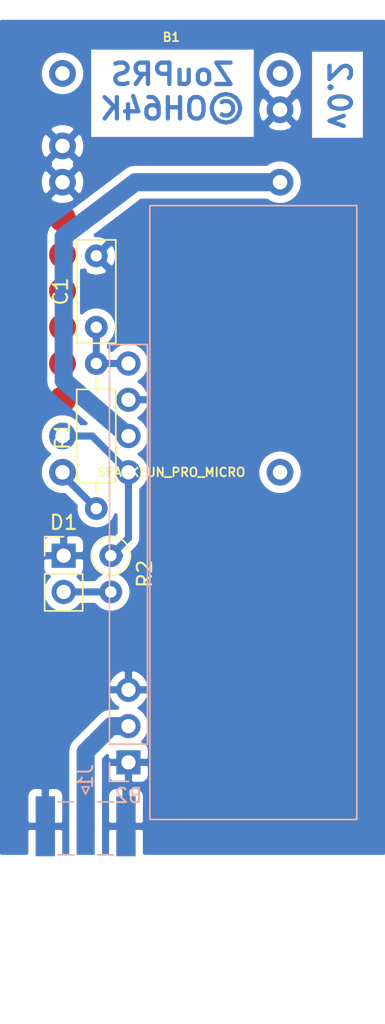
<source format=kicad_pcb>
(kicad_pcb (version 20171130) (host pcbnew 5.1.5+dfsg1-2build2)

  (general
    (thickness 1.6)
    (drawings 2)
    (tracks 22)
    (zones 0)
    (modules 7)
    (nets 26)
  )

  (page A4)
  (layers
    (0 F.Cu signal)
    (31 B.Cu signal)
    (32 B.Adhes user)
    (33 F.Adhes user)
    (34 B.Paste user)
    (35 F.Paste user)
    (36 B.SilkS user)
    (37 F.SilkS user)
    (38 B.Mask user)
    (39 F.Mask user)
    (40 Dwgs.User user)
    (41 Cmts.User user)
    (42 Eco1.User user)
    (43 Eco2.User user)
    (44 Edge.Cuts user)
    (45 Margin user)
    (46 B.CrtYd user)
    (47 F.CrtYd user)
    (48 B.Fab user)
    (49 F.Fab user)
  )

  (setup
    (last_trace_width 0.5)
    (user_trace_width 0.5)
    (user_trace_width 1.27)
    (trace_clearance 0.2)
    (zone_clearance 0.508)
    (zone_45_only no)
    (trace_min 0.2)
    (via_size 0.8)
    (via_drill 0.4)
    (via_min_size 0.4)
    (via_min_drill 0.3)
    (uvia_size 0.3)
    (uvia_drill 0.1)
    (uvias_allowed no)
    (uvia_min_size 0.2)
    (uvia_min_drill 0.1)
    (edge_width 0.05)
    (segment_width 0.2)
    (pcb_text_width 0.3)
    (pcb_text_size 1.5 1.5)
    (mod_edge_width 0.12)
    (mod_text_size 1 1)
    (mod_text_width 0.15)
    (pad_size 1.8796 1.8796)
    (pad_drill 0)
    (pad_to_mask_clearance 0.051)
    (solder_mask_min_width 0.25)
    (aux_axis_origin 0 0)
    (visible_elements FFFFFF7F)
    (pcbplotparams
      (layerselection 0x010fc_ffffffff)
      (usegerberextensions false)
      (usegerberattributes false)
      (usegerberadvancedattributes false)
      (creategerberjobfile false)
      (excludeedgelayer true)
      (linewidth 0.100000)
      (plotframeref false)
      (viasonmask false)
      (mode 1)
      (useauxorigin false)
      (hpglpennumber 1)
      (hpglpenspeed 20)
      (hpglpendiameter 15.000000)
      (psnegative false)
      (psa4output false)
      (plotreference true)
      (plotvalue true)
      (plotinvisibletext false)
      (padsonsilk false)
      (subtractmaskfromsilk false)
      (outputformat 1)
      (mirror false)
      (drillshape 1)
      (scaleselection 1)
      (outputdirectory ""))
  )

  (net 0 "")
  (net 1 "Net-(B1-Pad24)")
  (net 2 GND)
  (net 3 "Net-(B1-Pad22)")
  (net 4 VCC)
  (net 5 "Net-(B1-Pad20)")
  (net 6 "Net-(B1-Pad19)")
  (net 7 "Net-(B1-Pad18)")
  (net 8 "Net-(B1-Pad17)")
  (net 9 "Net-(B1-Pad16)")
  (net 10 "Net-(B1-Pad15)")
  (net 11 "Net-(B1-Pad14)")
  (net 12 "Net-(B1-Pad13)")
  (net 13 "Net-(B1-Pad10)")
  (net 14 "Net-(B1-Pad9)")
  (net 15 "Net-(B1-Pad8)")
  (net 16 "Net-(B1-Pad7)")
  (net 17 "Net-(B1-Pad6)")
  (net 18 "Net-(B1-Pad5)")
  (net 19 "Net-(B1-Pad2)")
  (net 20 "Net-(B1-Pad1)")
  (net 21 "Net-(B2-Pad7)")
  (net 22 EN)
  (net 23 FSK)
  (net 24 "Net-(D1-Pad2)")
  (net 25 RF)

  (net_class Default "Tämä on oletuskytkentäverkkoluokka."
    (clearance 0.2)
    (trace_width 0.25)
    (via_dia 0.8)
    (via_drill 0.4)
    (uvia_dia 0.3)
    (uvia_drill 0.1)
    (add_net EN)
    (add_net FSK)
    (add_net GND)
    (add_net "Net-(B1-Pad1)")
    (add_net "Net-(B1-Pad10)")
    (add_net "Net-(B1-Pad13)")
    (add_net "Net-(B1-Pad14)")
    (add_net "Net-(B1-Pad15)")
    (add_net "Net-(B1-Pad16)")
    (add_net "Net-(B1-Pad17)")
    (add_net "Net-(B1-Pad18)")
    (add_net "Net-(B1-Pad19)")
    (add_net "Net-(B1-Pad2)")
    (add_net "Net-(B1-Pad20)")
    (add_net "Net-(B1-Pad22)")
    (add_net "Net-(B1-Pad24)")
    (add_net "Net-(B1-Pad5)")
    (add_net "Net-(B1-Pad6)")
    (add_net "Net-(B1-Pad7)")
    (add_net "Net-(B1-Pad8)")
    (add_net "Net-(B1-Pad9)")
    (add_net "Net-(B2-Pad7)")
    (add_net "Net-(D1-Pad2)")
    (add_net RF)
    (add_net VCC)
  )

  (module Resistor_THT:R_Axial_DIN0207_L6.3mm_D2.5mm_P2.54mm_Vertical (layer F.Cu) (tedit 5AE5139B) (tstamp 5F734B1B)
    (at 127.762 82.042 270)
    (descr "Resistor, Axial_DIN0207 series, Axial, Vertical, pin pitch=2.54mm, 0.25W = 1/4W, length*diameter=6.3*2.5mm^2, http://cdn-reichelt.de/documents/datenblatt/B400/1_4W%23YAG.pdf")
    (tags "Resistor Axial_DIN0207 series Axial Vertical pin pitch 2.54mm 0.25W = 1/4W length 6.3mm diameter 2.5mm")
    (path /5F754235)
    (fp_text reference R2 (at 1.27 -2.37 90) (layer F.SilkS)
      (effects (font (size 1 1) (thickness 0.15)))
    )
    (fp_text value 300 (at 1.27 2.37 90) (layer F.Fab)
      (effects (font (size 1 1) (thickness 0.15)))
    )
    (fp_text user %R (at 1.27 -2.37 90) (layer F.Fab)
      (effects (font (size 1 1) (thickness 0.15)))
    )
    (fp_line (start 3.59 -1.5) (end -1.5 -1.5) (layer F.CrtYd) (width 0.05))
    (fp_line (start 3.59 1.5) (end 3.59 -1.5) (layer F.CrtYd) (width 0.05))
    (fp_line (start -1.5 1.5) (end 3.59 1.5) (layer F.CrtYd) (width 0.05))
    (fp_line (start -1.5 -1.5) (end -1.5 1.5) (layer F.CrtYd) (width 0.05))
    (fp_line (start 1.37 0) (end 1.44 0) (layer F.SilkS) (width 0.12))
    (fp_line (start 0 0) (end 2.54 0) (layer F.Fab) (width 0.1))
    (fp_circle (center 0 0) (end 1.37 0) (layer F.SilkS) (width 0.12))
    (fp_circle (center 0 0) (end 1.25 0) (layer F.Fab) (width 0.1))
    (pad 2 thru_hole oval (at 2.54 0 270) (size 1.6 1.6) (drill 0.8) (layers *.Cu *.Mask)
      (net 24 "Net-(D1-Pad2)"))
    (pad 1 thru_hole circle (at 0 0 270) (size 1.6 1.6) (drill 0.8) (layers *.Cu *.Mask)
      (net 22 EN))
    (model ${KISYS3DMOD}/Resistor_THT.3dshapes/R_Axial_DIN0207_L6.3mm_D2.5mm_P2.54mm_Vertical.wrl
      (at (xyz 0 0 0))
      (scale (xyz 1 1 1))
      (rotate (xyz 0 0 0))
    )
  )

  (module Resistor_THT:R_Axial_DIN0207_L6.3mm_D2.5mm_P10.16mm_Horizontal (layer F.Cu) (tedit 5AE5139B) (tstamp 5F733D39)
    (at 126.746 78.74 90)
    (descr "Resistor, Axial_DIN0207 series, Axial, Horizontal, pin pitch=10.16mm, 0.25W = 1/4W, length*diameter=6.3*2.5mm^2, http://cdn-reichelt.de/documents/datenblatt/B400/1_4W%23YAG.pdf")
    (tags "Resistor Axial_DIN0207 series Axial Horizontal pin pitch 10.16mm 0.25W = 1/4W length 6.3mm diameter 2.5mm")
    (path /5F72A55F)
    (fp_text reference R1 (at 5.08 -2.37 90) (layer F.SilkS)
      (effects (font (size 1 1) (thickness 0.15)))
    )
    (fp_text value 674 (at 5.08 2.37 90) (layer F.Fab)
      (effects (font (size 1 1) (thickness 0.15)))
    )
    (fp_text user %R (at 5.08 0 90) (layer F.Fab)
      (effects (font (size 1 1) (thickness 0.15)))
    )
    (fp_line (start 11.21 -1.5) (end -1.05 -1.5) (layer F.CrtYd) (width 0.05))
    (fp_line (start 11.21 1.5) (end 11.21 -1.5) (layer F.CrtYd) (width 0.05))
    (fp_line (start -1.05 1.5) (end 11.21 1.5) (layer F.CrtYd) (width 0.05))
    (fp_line (start -1.05 -1.5) (end -1.05 1.5) (layer F.CrtYd) (width 0.05))
    (fp_line (start 9.12 0) (end 8.35 0) (layer F.SilkS) (width 0.12))
    (fp_line (start 1.04 0) (end 1.81 0) (layer F.SilkS) (width 0.12))
    (fp_line (start 8.35 -1.37) (end 1.81 -1.37) (layer F.SilkS) (width 0.12))
    (fp_line (start 8.35 1.37) (end 8.35 -1.37) (layer F.SilkS) (width 0.12))
    (fp_line (start 1.81 1.37) (end 8.35 1.37) (layer F.SilkS) (width 0.12))
    (fp_line (start 1.81 -1.37) (end 1.81 1.37) (layer F.SilkS) (width 0.12))
    (fp_line (start 10.16 0) (end 8.23 0) (layer F.Fab) (width 0.1))
    (fp_line (start 0 0) (end 1.93 0) (layer F.Fab) (width 0.1))
    (fp_line (start 8.23 -1.25) (end 1.93 -1.25) (layer F.Fab) (width 0.1))
    (fp_line (start 8.23 1.25) (end 8.23 -1.25) (layer F.Fab) (width 0.1))
    (fp_line (start 1.93 1.25) (end 8.23 1.25) (layer F.Fab) (width 0.1))
    (fp_line (start 1.93 -1.25) (end 1.93 1.25) (layer F.Fab) (width 0.1))
    (pad 2 thru_hole oval (at 10.16 0 90) (size 1.6 1.6) (drill 0.8) (layers *.Cu *.Mask)
      (net 21 "Net-(B2-Pad7)"))
    (pad 1 thru_hole circle (at 0 0 90) (size 1.6 1.6) (drill 0.8) (layers *.Cu *.Mask)
      (net 23 FSK))
    (model ${KISYS3DMOD}/Resistor_THT.3dshapes/R_Axial_DIN0207_L6.3mm_D2.5mm_P10.16mm_Horizontal.wrl
      (at (xyz 0 0 0))
      (scale (xyz 1 1 1))
      (rotate (xyz 0 0 0))
    )
  )

  (module Connector_PinHeader_2.54mm:PinHeader_1x02_P2.54mm_Vertical (layer F.Cu) (tedit 59FED5CC) (tstamp 5F7339AF)
    (at 124.46 82.042)
    (descr "Through hole straight pin header, 1x02, 2.54mm pitch, single row")
    (tags "Through hole pin header THT 1x02 2.54mm single row")
    (path /5F75530A)
    (fp_text reference D1 (at 0 -2.33) (layer F.SilkS)
      (effects (font (size 1 1) (thickness 0.15)))
    )
    (fp_text value LED (at 0 4.87) (layer F.Fab)
      (effects (font (size 1 1) (thickness 0.15)))
    )
    (fp_text user %R (at 0 1.27 90) (layer F.Fab)
      (effects (font (size 1 1) (thickness 0.15)))
    )
    (fp_line (start 1.8 -1.8) (end -1.8 -1.8) (layer F.CrtYd) (width 0.05))
    (fp_line (start 1.8 4.35) (end 1.8 -1.8) (layer F.CrtYd) (width 0.05))
    (fp_line (start -1.8 4.35) (end 1.8 4.35) (layer F.CrtYd) (width 0.05))
    (fp_line (start -1.8 -1.8) (end -1.8 4.35) (layer F.CrtYd) (width 0.05))
    (fp_line (start -1.33 -1.33) (end 0 -1.33) (layer F.SilkS) (width 0.12))
    (fp_line (start -1.33 0) (end -1.33 -1.33) (layer F.SilkS) (width 0.12))
    (fp_line (start -1.33 1.27) (end 1.33 1.27) (layer F.SilkS) (width 0.12))
    (fp_line (start 1.33 1.27) (end 1.33 3.87) (layer F.SilkS) (width 0.12))
    (fp_line (start -1.33 1.27) (end -1.33 3.87) (layer F.SilkS) (width 0.12))
    (fp_line (start -1.33 3.87) (end 1.33 3.87) (layer F.SilkS) (width 0.12))
    (fp_line (start -1.27 -0.635) (end -0.635 -1.27) (layer F.Fab) (width 0.1))
    (fp_line (start -1.27 3.81) (end -1.27 -0.635) (layer F.Fab) (width 0.1))
    (fp_line (start 1.27 3.81) (end -1.27 3.81) (layer F.Fab) (width 0.1))
    (fp_line (start 1.27 -1.27) (end 1.27 3.81) (layer F.Fab) (width 0.1))
    (fp_line (start -0.635 -1.27) (end 1.27 -1.27) (layer F.Fab) (width 0.1))
    (pad 2 thru_hole oval (at 0 2.54) (size 1.7 1.7) (drill 1) (layers *.Cu *.Mask)
      (net 24 "Net-(D1-Pad2)"))
    (pad 1 thru_hole rect (at 0 0) (size 1.7 1.7) (drill 1) (layers *.Cu *.Mask)
      (net 2 GND))
    (model ${KISYS3DMOD}/Connector_PinHeader_2.54mm.3dshapes/PinHeader_1x02_P2.54mm_Vertical.wrl
      (at (xyz 0 0 0))
      (scale (xyz 1 1 1))
      (rotate (xyz 0 0 0))
    )
  )

  (module "Sparkfun boards:SPARKFUN_PRO_MICRO" (layer F.Cu) (tedit 5F71EF2E) (tstamp 5F71ECBD)
    (at 132 60.96)
    (descr "SPARKFUN PRO MICO FOOTPRINT (WITH USB CONNECTOR)")
    (tags "SPARKFUN PRO MICO FOOTPRINT (WITH USB CONNECTOR)")
    (path /5F71BD06)
    (attr virtual)
    (fp_text reference B1 (at 0 -15.24) (layer F.SilkS)
      (effects (font (size 0.6096 0.6096) (thickness 0.127)))
    )
    (fp_text value SPARKFUN_PRO_MICRO (at 0 15.24) (layer F.SilkS)
      (effects (font (size 0.6096 0.6096) (thickness 0.127)))
    )
    (fp_line (start -8.89 -16.51) (end -8.89 16.51) (layer Dwgs.User) (width 0.127))
    (fp_line (start -8.89 16.51) (end 8.89 16.51) (layer Dwgs.User) (width 0.127))
    (fp_line (start 8.89 16.51) (end 8.89 -16.51) (layer Dwgs.User) (width 0.127))
    (fp_line (start 8.89 -16.51) (end -8.89 -16.51) (layer Dwgs.User) (width 0.127))
    (fp_line (start -3.81 -16.51) (end -3.81 -17.78) (layer Dwgs.User) (width 0.127))
    (fp_line (start -3.81 -17.78) (end 3.81 -17.78) (layer Dwgs.User) (width 0.127))
    (fp_line (start 3.81 -17.78) (end 3.81 -16.51) (layer Dwgs.User) (width 0.127))
    (fp_text user USB (at -0.0508 -16.96) (layer Dwgs.User)
      (effects (font (size 0.8128 0.8128) (thickness 0.1524)))
    )
    (pad 1 thru_hole circle (at -7.62 -12.7) (size 1.8796 1.8796) (drill 1.016) (layers *.Cu *.Mask)
      (net 20 "Net-(B1-Pad1)") (solder_mask_margin 0.1016))
    (pad 2 smd circle (at -7.62 -10.16) (size 1.8796 1.8796) (layers F.Cu F.Paste F.Mask)
      (net 19 "Net-(B1-Pad2)") (solder_mask_margin 0.1016))
    (pad 3 thru_hole circle (at -7.62 -7.62) (size 1.8796 1.8796) (drill 1.016) (layers *.Cu *.Mask)
      (net 2 GND) (solder_mask_margin 0.1016))
    (pad 4 thru_hole circle (at -7.62 -5.08) (size 1.8796 1.8796) (drill 1.016) (layers *.Cu *.Mask)
      (net 2 GND) (solder_mask_margin 0.1016))
    (pad 5 smd circle (at -7.62 -2.54) (size 1.8796 1.8796) (layers F.Cu F.Paste F.Mask)
      (net 18 "Net-(B1-Pad5)") (solder_mask_margin 0.1016))
    (pad 6 smd circle (at -7.62 0) (size 1.8796 1.8796) (layers F.Cu F.Paste F.Mask)
      (net 17 "Net-(B1-Pad6)") (solder_mask_margin 0.1016))
    (pad 7 smd circle (at -7.62 2.54) (size 1.8796 1.8796) (layers F.Cu F.Paste F.Mask)
      (net 16 "Net-(B1-Pad7)") (solder_mask_margin 0.1016))
    (pad 8 smd circle (at -7.62 5.08) (size 1.8796 1.8796) (layers F.Cu F.Paste F.Mask)
      (net 15 "Net-(B1-Pad8)") (solder_mask_margin 0.1016))
    (pad 9 smd circle (at -7.62 7.62) (size 1.8796 1.8796) (layers F.Cu F.Paste F.Mask)
      (net 14 "Net-(B1-Pad9)") (solder_mask_margin 0.1016))
    (pad 10 smd circle (at -7.62 10.16) (size 1.8796 1.8796) (layers F.Cu F.Paste F.Mask)
      (net 13 "Net-(B1-Pad10)") (solder_mask_margin 0.1016))
    (pad 11 thru_hole circle (at -7.62 12.7) (size 1.8796 1.8796) (drill 1.016) (layers *.Cu *.Mask)
      (net 22 EN) (solder_mask_margin 0.1016))
    (pad 12 thru_hole circle (at -7.62 15.24) (size 1.8796 1.8796) (drill 1.016) (layers *.Cu *.Mask)
      (net 23 FSK) (solder_mask_margin 0.1016))
    (pad 13 thru_hole circle (at 7.62 15.24) (size 1.8796 1.8796) (drill 1.016) (layers *.Cu *.Mask)
      (net 12 "Net-(B1-Pad13)") (solder_mask_margin 0.1016))
    (pad 14 smd circle (at 7.62 12.7) (size 1.8796 1.8796) (layers F.Cu F.Paste F.Mask)
      (net 11 "Net-(B1-Pad14)") (solder_mask_margin 0.1016))
    (pad 15 smd circle (at 7.62 10.16) (size 1.8796 1.8796) (layers F.Cu F.Paste F.Mask)
      (net 10 "Net-(B1-Pad15)") (solder_mask_margin 0.1016))
    (pad 16 smd circle (at 7.62 7.62) (size 1.8796 1.8796) (layers F.Cu F.Paste F.Mask)
      (net 9 "Net-(B1-Pad16)") (solder_mask_margin 0.1016))
    (pad 17 smd circle (at 7.62 5.08) (size 1.8796 1.8796) (layers F.Cu F.Paste F.Mask)
      (net 8 "Net-(B1-Pad17)") (solder_mask_margin 0.1016))
    (pad 18 smd circle (at 7.62 2.54) (size 1.8796 1.8796) (layers F.Cu F.Paste F.Mask)
      (net 7 "Net-(B1-Pad18)") (solder_mask_margin 0.1016))
    (pad 19 smd circle (at 7.62 0) (size 1.8796 1.8796) (layers F.Cu F.Paste F.Mask)
      (net 6 "Net-(B1-Pad19)") (solder_mask_margin 0.1016))
    (pad 20 smd circle (at 7.62 -2.54) (size 1.8796 1.8796) (layers F.Cu F.Paste F.Mask)
      (net 5 "Net-(B1-Pad20)") (solder_mask_margin 0.1016))
    (pad 21 thru_hole circle (at 7.62 -5.08) (size 1.8796 1.8796) (drill 1.016) (layers *.Cu *.Mask)
      (net 4 VCC) (solder_mask_margin 0.1016))
    (pad 22 smd circle (at 7.62 -7.62) (size 1.8796 1.8796) (layers F.Cu F.Paste F.Mask)
      (net 3 "Net-(B1-Pad22)") (solder_mask_margin 0.1016))
    (pad 23 thru_hole circle (at 7.62 -10.16) (size 1.8796 1.8796) (drill 1.016) (layers *.Cu *.Mask)
      (net 2 GND) (solder_mask_margin 0.1016))
    (pad 24 thru_hole circle (at 7.62 -12.7) (size 1.8796 1.8796) (drill 1.016) (layers *.Cu *.Mask)
      (net 1 "Net-(B1-Pad24)") (solder_mask_margin 0.1016))
  )

  (module radiometrix:PinHeader_1x12_P2.54mm_Vertical (layer B.Cu) (tedit 5F71C444) (tstamp 5F71F899)
    (at 129 96.52)
    (descr "Through hole straight pin header, 1x12, 2.54mm pitch, single row")
    (tags "Through hole pin header THT 1x12 2.54mm single row")
    (path /5F73604F)
    (fp_text reference B2 (at 0 2.33) (layer B.SilkS)
      (effects (font (size 1 1) (thickness 0.15)) (justify mirror))
    )
    (fp_text value HX1 (at 0 -41) (layer B.Fab)
      (effects (font (size 1 1) (thickness 0.15)) (justify mirror))
    )
    (fp_text user %R (at 0 -13.97 270) (layer B.Fab)
      (effects (font (size 1 1) (thickness 0.15)) (justify mirror))
    )
    (fp_line (start -1.33 1.33) (end 0 1.33) (layer B.SilkS) (width 0.12))
    (fp_line (start -1.33 0) (end -1.33 1.33) (layer B.SilkS) (width 0.12))
    (fp_line (start -1.33 -1.27) (end 1.33 -1.27) (layer B.SilkS) (width 0.12))
    (fp_line (start 1.33 -1.27) (end 1.33 -29.27) (layer B.SilkS) (width 0.12))
    (fp_line (start -1.33 -1.27) (end -1.33 -29.27) (layer B.SilkS) (width 0.12))
    (fp_line (start -1.33 -29.27) (end 1.33 -29.27) (layer B.SilkS) (width 0.12))
    (fp_line (start -1.27 0.635) (end -0.635 1.27) (layer B.Fab) (width 0.1))
    (fp_line (start -1.27 -29.21) (end -1.27 0.635) (layer B.Fab) (width 0.1))
    (fp_line (start 1.27 -29.21) (end -1.27 -29.21) (layer B.Fab) (width 0.1))
    (fp_line (start 1.27 1.27) (end 1.27 -29.21) (layer B.Fab) (width 0.1))
    (fp_line (start -0.635 1.27) (end 1.27 1.27) (layer B.Fab) (width 0.1))
    (fp_line (start 1.5 4) (end 16 4) (layer B.SilkS) (width 0.12))
    (fp_line (start 16 4) (end 16 -39) (layer B.SilkS) (width 0.12))
    (fp_line (start 16 -39) (end 1.5 -39) (layer B.SilkS) (width 0.12))
    (fp_line (start 1.5 -39) (end 1.5 4) (layer B.SilkS) (width 0.12))
    (pad 7 thru_hole oval (at 0 -27.94) (size 1.7 1.7) (drill 1) (layers *.Cu *.Mask)
      (net 21 "Net-(B2-Pad7)"))
    (pad 6 thru_hole oval (at 0 -25.4) (size 1.7 1.7) (drill 1) (layers *.Cu *.Mask)
      (net 2 GND))
    (pad 5 thru_hole oval (at 0 -22.86) (size 1.7 1.7) (drill 1) (layers *.Cu *.Mask)
      (net 4 VCC))
    (pad 4 thru_hole oval (at 0 -20.32) (size 1.7 1.7) (drill 1) (layers *.Cu *.Mask)
      (net 22 EN))
    (pad 3 thru_hole oval (at 0 -5.08) (size 1.7 1.7) (drill 1) (layers *.Cu *.Mask)
      (net 2 GND))
    (pad 2 thru_hole oval (at 0 -2.54) (size 1.7 1.7) (drill 1) (layers *.Cu *.Mask)
      (net 25 RF))
    (pad 1 thru_hole rect (at 0 0) (size 1.7 1.7) (drill 1) (layers *.Cu *.Mask)
      (net 2 GND))
    (model ${KISYS3DMOD}/Connector_PinHeader_2.54mm.3dshapes/PinHeader_1x12_P2.54mm_Vertical.wrl
      (at (xyz 0 0 0))
      (scale (xyz 1 1 1))
      (rotate (xyz 0 0 0))
    )
  )

  (module Connector_Coaxial:SMA_Samtec_SMA-J-P-X-ST-EM1_EdgeMount (layer B.Cu) (tedit 5DAA3454) (tstamp 5F720D8F)
    (at 126 101 180)
    (descr "Connector SMA, 0Hz to 20GHz, 50Ohm, Edge Mount (http://suddendocs.samtec.com/prints/sma-j-p-x-st-em1-mkt.pdf)")
    (tags "SMA Straight Samtec Edge Mount")
    (path /5F71C5CA)
    (attr smd)
    (fp_text reference J1 (at 0 3.5 270) (layer B.SilkS)
      (effects (font (size 1 1) (thickness 0.15)) (justify mirror))
    )
    (fp_text value Conn_Coaxial (at 0 -13) (layer B.Fab)
      (effects (font (size 1 1) (thickness 0.15)) (justify mirror))
    )
    (fp_text user "Board Thickness: 1.57mm" (at -7 14) (layer Cmts.User)
      (effects (font (size 1 1) (thickness 0.15)))
    )
    (fp_line (start 0.84 1.71) (end 1.95 1.71) (layer B.SilkS) (width 0.12))
    (fp_line (start -1.95 1.71) (end -0.84 1.71) (layer B.SilkS) (width 0.12))
    (fp_line (start 0.84 -2) (end 1.95 -2) (layer B.SilkS) (width 0.12))
    (fp_line (start -1.95 -2) (end -0.84 -2) (layer B.SilkS) (width 0.12))
    (fp_line (start 3.68 -2.6) (end 3.68 -12.12) (layer F.CrtYd) (width 0.05))
    (fp_line (start 4 -2.6) (end 3.68 -2.6) (layer F.CrtYd) (width 0.05))
    (fp_line (start -3.68 -12.12) (end -3.68 -2.6) (layer F.CrtYd) (width 0.05))
    (fp_line (start -3.68 -2.6) (end -4 -2.6) (layer F.CrtYd) (width 0.05))
    (fp_line (start 3.68 -2.6) (end 3.68 -12.12) (layer B.CrtYd) (width 0.05))
    (fp_line (start 3.68 -2.6) (end 4 -2.6) (layer B.CrtYd) (width 0.05))
    (fp_line (start -3.68 -12.12) (end -3.68 -2.6) (layer B.CrtYd) (width 0.05))
    (fp_line (start -3.68 -2.6) (end -4 -2.6) (layer B.CrtYd) (width 0.05))
    (fp_text user "PCB Edge" (at 0 -2.6) (layer Dwgs.User)
      (effects (font (size 0.5 0.5) (thickness 0.1)))
    )
    (fp_line (start 4.1 -2.1) (end -4.1 -2.1) (layer Dwgs.User) (width 0.1))
    (fp_line (start -3.175 1.71) (end -3.175 -11.62) (layer B.Fab) (width 0.1))
    (fp_line (start -2.365 1.71) (end -3.175 1.71) (layer B.Fab) (width 0.1))
    (fp_line (start -2.365 -2.1) (end -2.365 1.71) (layer B.Fab) (width 0.1))
    (fp_line (start 2.365 -2.1) (end -2.365 -2.1) (layer B.Fab) (width 0.1))
    (fp_line (start 2.365 1.71) (end 2.365 -2.1) (layer B.Fab) (width 0.1))
    (fp_line (start 3.175 1.71) (end 2.365 1.71) (layer B.Fab) (width 0.1))
    (fp_line (start 3.175 1.71) (end 3.175 -11.62) (layer B.Fab) (width 0.1))
    (fp_line (start 3.165 -11.62) (end -3.165 -11.62) (layer B.Fab) (width 0.1))
    (fp_line (start -4 2.6) (end 4 2.6) (layer F.CrtYd) (width 0.05))
    (fp_line (start -4 -2.6) (end -4 2.6) (layer F.CrtYd) (width 0.05))
    (fp_line (start 3.68 -12.12) (end -3.68 -12.12) (layer F.CrtYd) (width 0.05))
    (fp_line (start 4 -2.6) (end 4 2.6) (layer F.CrtYd) (width 0.05))
    (fp_line (start -4 2.6) (end 4 2.6) (layer B.CrtYd) (width 0.05))
    (fp_line (start -4 -2.6) (end -4 2.6) (layer B.CrtYd) (width 0.05))
    (fp_line (start 3.68 -12.12) (end -3.68 -12.12) (layer B.CrtYd) (width 0.05))
    (fp_line (start 4 -2.6) (end 4 2.6) (layer B.CrtYd) (width 0.05))
    (fp_text user %R (at 0 -4.79 180) (layer B.Fab)
      (effects (font (size 1 1) (thickness 0.15)) (justify mirror))
    )
    (fp_line (start 0.64 -2.1) (end 0 -3.1) (layer B.Fab) (width 0.1))
    (fp_line (start 0 -3.1) (end -0.64 -2.1) (layer B.Fab) (width 0.1))
    (fp_line (start 0 2.26) (end 0.25 2.76) (layer B.SilkS) (width 0.12))
    (fp_line (start 0.25 2.76) (end -0.25 2.76) (layer B.SilkS) (width 0.12))
    (fp_line (start -0.25 2.76) (end 0 2.26) (layer B.SilkS) (width 0.12))
    (pad 1 smd rect (at 0 -0.2 180) (size 1.27 3.6) (layers B.Cu B.Paste B.Mask)
      (net 25 RF))
    (pad 2 smd rect (at 2.825 0 180) (size 1.35 4.2) (layers B.Cu B.Paste B.Mask)
      (net 2 GND))
    (pad 2 smd rect (at -2.825 0 180) (size 1.35 4.2) (layers B.Cu B.Paste B.Mask)
      (net 2 GND))
    (pad 2 smd rect (at 2.825 0 180) (size 1.35 4.2) (layers F.Cu F.Paste F.Mask)
      (net 2 GND))
    (pad 2 smd rect (at -2.825 0 180) (size 1.35 4.2) (layers F.Cu F.Paste F.Mask)
      (net 2 GND))
    (model ${KISYS3DMOD}/Connector_Coaxial.3dshapes/SMA_Samtec_SMA-J-P-X-ST-EM1_EdgeMount.wrl
      (at (xyz 0 0 0))
      (scale (xyz 1 1 1))
      (rotate (xyz 0 0 0))
    )
  )

  (module Capacitor_THT:C_Rect_L7.0mm_W2.5mm_P5.00mm (layer F.Cu) (tedit 5AE50EF0) (tstamp 5F71FB92)
    (at 126.746 66.04 90)
    (descr "C, Rect series, Radial, pin pitch=5.00mm, , length*width=7*2.5mm^2, Capacitor")
    (tags "C Rect series Radial pin pitch 5.00mm  length 7mm width 2.5mm Capacitor")
    (path /5F72991B)
    (fp_text reference C1 (at 2.5 -2.5 90) (layer F.SilkS)
      (effects (font (size 1 1) (thickness 0.15)))
    )
    (fp_text value 87n (at 2.5 2.5 90) (layer F.Fab)
      (effects (font (size 1 1) (thickness 0.15)))
    )
    (fp_text user %R (at 2.5 0 90) (layer F.Fab)
      (effects (font (size 1 1) (thickness 0.15)))
    )
    (fp_line (start 6.25 -1.5) (end -1.25 -1.5) (layer F.CrtYd) (width 0.05))
    (fp_line (start 6.25 1.5) (end 6.25 -1.5) (layer F.CrtYd) (width 0.05))
    (fp_line (start -1.25 1.5) (end 6.25 1.5) (layer F.CrtYd) (width 0.05))
    (fp_line (start -1.25 -1.5) (end -1.25 1.5) (layer F.CrtYd) (width 0.05))
    (fp_line (start 6.12 -1.37) (end 6.12 1.37) (layer F.SilkS) (width 0.12))
    (fp_line (start -1.12 -1.37) (end -1.12 1.37) (layer F.SilkS) (width 0.12))
    (fp_line (start -1.12 1.37) (end 6.12 1.37) (layer F.SilkS) (width 0.12))
    (fp_line (start -1.12 -1.37) (end 6.12 -1.37) (layer F.SilkS) (width 0.12))
    (fp_line (start 6 -1.25) (end -1 -1.25) (layer F.Fab) (width 0.1))
    (fp_line (start 6 1.25) (end 6 -1.25) (layer F.Fab) (width 0.1))
    (fp_line (start -1 1.25) (end 6 1.25) (layer F.Fab) (width 0.1))
    (fp_line (start -1 -1.25) (end -1 1.25) (layer F.Fab) (width 0.1))
    (pad 2 thru_hole circle (at 5 0 90) (size 1.6 1.6) (drill 0.8) (layers *.Cu *.Mask)
      (net 2 GND))
    (pad 1 thru_hole circle (at 0 0 90) (size 1.6 1.6) (drill 0.8) (layers *.Cu *.Mask)
      (net 21 "Net-(B2-Pad7)"))
    (model ${KISYS3DMOD}/Capacitor_THT.3dshapes/C_Rect_L7.0mm_W2.5mm_P5.00mm.wrl
      (at (xyz 0 0 0))
      (scale (xyz 1 1 1))
      (rotate (xyz 0 0 0))
    )
  )

  (gr_text v0.2 (at 143.764 47.244 270) (layer B.Cu)
    (effects (font (size 1.5 1.5) (thickness 0.3)) (justify right mirror))
  )
  (gr_text "ZouPRS\n©OH64K" (at 132.08 49.53) (layer B.Cu)
    (effects (font (size 1.5 1.5) (thickness 0.3)) (justify mirror))
  )

  (segment (start 138.290923 55.88) (end 139.62 55.88) (width 1.27) (layer B.Cu) (net 4))
  (segment (start 129.486198 55.88) (end 138.290923 55.88) (width 1.27) (layer B.Cu) (net 4))
  (segment (start 124.46 69.770999) (end 124.46 59.69) (width 1.27) (layer B.Cu) (net 4))
  (segment (start 124.46 59.69) (end 129.486198 55.88) (width 1.27) (layer B.Cu) (net 4))
  (segment (start 129 73.66) (end 124.46 69.770999) (width 1.27) (layer B.Cu) (net 4))
  (segment (start 126.46 73.66) (end 129 76.2) (width 0.5) (layer B.Cu) (net 22))
  (segment (start 124.38 73.66) (end 126.46 73.66) (width 0.5) (layer B.Cu) (net 22))
  (segment (start 126 98.13) (end 126 101.2) (width 1.27) (layer B.Cu) (net 25))
  (segment (start 126 95.777919) (end 126 98.13) (width 1.27) (layer B.Cu) (net 25))
  (segment (start 127.797919 93.98) (end 126 95.777919) (width 1.27) (layer B.Cu) (net 25))
  (segment (start 129 93.98) (end 127.797919 93.98) (width 1.27) (layer B.Cu) (net 25))
  (segment (start 129 68.58) (end 126.746 68.58) (width 0.5) (layer B.Cu) (net 21))
  (segment (start 126.746 66.04) (end 126.746 68.58) (width 0.5) (layer B.Cu) (net 21))
  (segment (start 129 77.402081) (end 129 76.2) (width 0.5) (layer B.Cu) (net 22))
  (segment (start 127.254 82.042) (end 128.38537 82.042) (width 0.5) (layer B.Cu) (net 22))
  (segment (start 129 80.804) (end 127.762 82.042) (width 0.5) (layer B.Cu) (net 22))
  (segment (start 129 76.2) (end 129 80.804) (width 0.5) (layer B.Cu) (net 22))
  (segment (start 124.38 76.2) (end 124.46 76.2) (width 0.5) (layer B.Cu) (net 23))
  (segment (start 124.38 76.2) (end 124.38 76.32) (width 0.5) (layer B.Cu) (net 23))
  (segment (start 124.38 76.374) (end 126.746 78.74) (width 0.5) (layer B.Cu) (net 23))
  (segment (start 124.38 76.2) (end 124.38 76.374) (width 0.5) (layer B.Cu) (net 23))
  (segment (start 124.46 84.582) (end 127.762 84.582) (width 0.5) (layer B.Cu) (net 24))

  (zone (net 2) (net_name GND) (layer B.Cu) (tstamp 5F7208B0) (hatch edge 0.508)
    (connect_pads (clearance 0.508))
    (min_thickness 0.254)
    (fill yes (arc_segments 32) (thermal_gap 0.508) (thermal_bridge_width 0.508))
    (polygon
      (pts
        (xy 147 103) (xy 120 103) (xy 120 44.5) (xy 147 44.5)
      )
    )
    (filled_polygon
      (pts
        (xy 146.873 102.873) (xy 130.137688 102.873) (xy 130.135 101.28575) (xy 129.97625 101.127) (xy 128.952 101.127)
        (xy 128.952 101.147) (xy 128.698 101.147) (xy 128.698 101.127) (xy 127.67375 101.127) (xy 127.515 101.28575)
        (xy 127.512312 102.873) (xy 127.273072 102.873) (xy 127.273072 99.4) (xy 127.27 99.368808) (xy 127.27 98.9)
        (xy 127.511928 98.9) (xy 127.515 100.71425) (xy 127.67375 100.873) (xy 128.698 100.873) (xy 128.698 98.42375)
        (xy 128.952 98.42375) (xy 128.952 100.873) (xy 129.97625 100.873) (xy 130.135 100.71425) (xy 130.138072 98.9)
        (xy 130.125812 98.775518) (xy 130.089502 98.65582) (xy 130.030537 98.545506) (xy 129.951185 98.448815) (xy 129.854494 98.369463)
        (xy 129.74418 98.310498) (xy 129.624482 98.274188) (xy 129.5 98.261928) (xy 129.11075 98.265) (xy 128.952 98.42375)
        (xy 128.698 98.42375) (xy 128.53925 98.265) (xy 128.15 98.261928) (xy 128.025518 98.274188) (xy 127.90582 98.310498)
        (xy 127.795506 98.369463) (xy 127.698815 98.448815) (xy 127.619463 98.545506) (xy 127.560498 98.65582) (xy 127.524188 98.775518)
        (xy 127.511928 98.9) (xy 127.27 98.9) (xy 127.27 97.37) (xy 127.511928 97.37) (xy 127.524188 97.494482)
        (xy 127.560498 97.61418) (xy 127.619463 97.724494) (xy 127.698815 97.821185) (xy 127.795506 97.900537) (xy 127.90582 97.959502)
        (xy 128.025518 97.995812) (xy 128.15 98.008072) (xy 128.71425 98.005) (xy 128.873 97.84625) (xy 128.873 96.647)
        (xy 129.127 96.647) (xy 129.127 97.84625) (xy 129.28575 98.005) (xy 129.85 98.008072) (xy 129.974482 97.995812)
        (xy 130.09418 97.959502) (xy 130.204494 97.900537) (xy 130.301185 97.821185) (xy 130.380537 97.724494) (xy 130.439502 97.61418)
        (xy 130.475812 97.494482) (xy 130.488072 97.37) (xy 130.485 96.80575) (xy 130.32625 96.647) (xy 129.127 96.647)
        (xy 128.873 96.647) (xy 127.67375 96.647) (xy 127.515 96.80575) (xy 127.511928 97.37) (xy 127.27 97.37)
        (xy 127.27 96.303969) (xy 127.514051 96.059918) (xy 127.515 96.23425) (xy 127.67375 96.393) (xy 128.873 96.393)
        (xy 128.873 96.373) (xy 129.127 96.373) (xy 129.127 96.393) (xy 130.32625 96.393) (xy 130.485 96.23425)
        (xy 130.488072 95.67) (xy 130.475812 95.545518) (xy 130.439502 95.42582) (xy 130.380537 95.315506) (xy 130.301185 95.218815)
        (xy 130.204494 95.139463) (xy 130.09418 95.080498) (xy 130.02162 95.058487) (xy 130.153475 94.926632) (xy 130.31599 94.683411)
        (xy 130.427932 94.413158) (xy 130.485 94.12626) (xy 130.485 93.83374) (xy 130.427932 93.546842) (xy 130.31599 93.276589)
        (xy 130.153475 93.033368) (xy 129.946632 92.826525) (xy 129.764466 92.704805) (xy 129.881355 92.635178) (xy 130.097588 92.440269)
        (xy 130.271641 92.20692) (xy 130.396825 91.944099) (xy 130.441476 91.79689) (xy 130.320155 91.567) (xy 129.127 91.567)
        (xy 129.127 91.587) (xy 128.873 91.587) (xy 128.873 91.567) (xy 127.679845 91.567) (xy 127.558524 91.79689)
        (xy 127.603175 91.944099) (xy 127.728359 92.20692) (xy 127.902412 92.440269) (xy 128.118645 92.635178) (xy 128.235534 92.704805)
        (xy 128.22776 92.71) (xy 127.860291 92.71) (xy 127.797918 92.703857) (xy 127.735545 92.71) (xy 127.735539 92.71)
        (xy 127.574674 92.725844) (xy 127.548955 92.728377) (xy 127.476335 92.750406) (xy 127.30956 92.800997) (xy 127.088931 92.918925)
        (xy 126.895549 93.07763) (xy 126.855782 93.126086) (xy 125.146091 94.835778) (xy 125.09763 94.875549) (xy 124.938925 95.068932)
        (xy 124.820997 95.289561) (xy 124.748377 95.528957) (xy 124.73 95.71554) (xy 124.73 95.715546) (xy 124.723857 95.777919)
        (xy 124.73 95.840292) (xy 124.730001 98.067611) (xy 124.73 98.067621) (xy 124.73 99.368804) (xy 124.726928 99.4)
        (xy 124.726928 102.873) (xy 124.487688 102.873) (xy 124.485 101.28575) (xy 124.32625 101.127) (xy 123.302 101.127)
        (xy 123.302 101.147) (xy 123.048 101.147) (xy 123.048 101.127) (xy 122.02375 101.127) (xy 121.865 101.28575)
        (xy 121.862312 102.873) (xy 120.127 102.873) (xy 120.127 98.9) (xy 121.861928 98.9) (xy 121.865 100.71425)
        (xy 122.02375 100.873) (xy 123.048 100.873) (xy 123.048 98.42375) (xy 123.302 98.42375) (xy 123.302 100.873)
        (xy 124.32625 100.873) (xy 124.485 100.71425) (xy 124.488072 98.9) (xy 124.475812 98.775518) (xy 124.439502 98.65582)
        (xy 124.380537 98.545506) (xy 124.301185 98.448815) (xy 124.204494 98.369463) (xy 124.09418 98.310498) (xy 123.974482 98.274188)
        (xy 123.85 98.261928) (xy 123.46075 98.265) (xy 123.302 98.42375) (xy 123.048 98.42375) (xy 122.88925 98.265)
        (xy 122.5 98.261928) (xy 122.375518 98.274188) (xy 122.25582 98.310498) (xy 122.145506 98.369463) (xy 122.048815 98.448815)
        (xy 121.969463 98.545506) (xy 121.910498 98.65582) (xy 121.874188 98.775518) (xy 121.861928 98.9) (xy 120.127 98.9)
        (xy 120.127 91.08311) (xy 127.558524 91.08311) (xy 127.679845 91.313) (xy 128.873 91.313) (xy 128.873 90.119186)
        (xy 129.127 90.119186) (xy 129.127 91.313) (xy 130.320155 91.313) (xy 130.441476 91.08311) (xy 130.396825 90.935901)
        (xy 130.271641 90.67308) (xy 130.097588 90.439731) (xy 129.881355 90.244822) (xy 129.631252 90.095843) (xy 129.356891 89.998519)
        (xy 129.127 90.119186) (xy 128.873 90.119186) (xy 128.643109 89.998519) (xy 128.368748 90.095843) (xy 128.118645 90.244822)
        (xy 127.902412 90.439731) (xy 127.728359 90.67308) (xy 127.603175 90.935901) (xy 127.558524 91.08311) (xy 120.127 91.08311)
        (xy 120.127 81.192) (xy 122.971928 81.192) (xy 122.975 81.75625) (xy 123.13375 81.915) (xy 124.333 81.915)
        (xy 124.333 80.71575) (xy 124.587 80.71575) (xy 124.587 81.915) (xy 125.78625 81.915) (xy 125.945 81.75625)
        (xy 125.948072 81.192) (xy 125.935812 81.067518) (xy 125.899502 80.94782) (xy 125.840537 80.837506) (xy 125.761185 80.740815)
        (xy 125.664494 80.661463) (xy 125.55418 80.602498) (xy 125.434482 80.566188) (xy 125.31 80.553928) (xy 124.74575 80.557)
        (xy 124.587 80.71575) (xy 124.333 80.71575) (xy 124.17425 80.557) (xy 123.61 80.553928) (xy 123.485518 80.566188)
        (xy 123.36582 80.602498) (xy 123.255506 80.661463) (xy 123.158815 80.740815) (xy 123.079463 80.837506) (xy 123.020498 80.94782)
        (xy 122.984188 81.067518) (xy 122.971928 81.192) (xy 120.127 81.192) (xy 120.127 73.504896) (xy 122.8052 73.504896)
        (xy 122.8052 73.815104) (xy 122.865718 74.119352) (xy 122.98443 74.405948) (xy 123.156773 74.663877) (xy 123.376123 74.883227)
        (xy 123.446124 74.93) (xy 123.376123 74.976773) (xy 123.156773 75.196123) (xy 122.98443 75.454052) (xy 122.865718 75.740648)
        (xy 122.8052 76.044896) (xy 122.8052 76.355104) (xy 122.865718 76.659352) (xy 122.98443 76.945948) (xy 123.156773 77.203877)
        (xy 123.376123 77.423227) (xy 123.634052 77.59557) (xy 123.920648 77.714282) (xy 124.224896 77.7748) (xy 124.529222 77.7748)
        (xy 125.317983 78.563561) (xy 125.311 78.598665) (xy 125.311 78.881335) (xy 125.366147 79.158574) (xy 125.47432 79.419727)
        (xy 125.631363 79.654759) (xy 125.831241 79.854637) (xy 126.066273 80.01168) (xy 126.327426 80.119853) (xy 126.604665 80.175)
        (xy 126.887335 80.175) (xy 127.164574 80.119853) (xy 127.425727 80.01168) (xy 127.660759 79.854637) (xy 127.860637 79.654759)
        (xy 128.01768 79.419727) (xy 128.115001 79.184774) (xy 128.115001 80.43742) (xy 127.938439 80.613983) (xy 127.903335 80.607)
        (xy 127.620665 80.607) (xy 127.343426 80.662147) (xy 127.082273 80.77032) (xy 126.847241 80.927363) (xy 126.647363 81.127241)
        (xy 126.49032 81.362273) (xy 126.382147 81.623426) (xy 126.327 81.900665) (xy 126.327 82.183335) (xy 126.382147 82.460574)
        (xy 126.49032 82.721727) (xy 126.647363 82.956759) (xy 126.847241 83.156637) (xy 127.079759 83.312) (xy 126.847241 83.467363)
        (xy 126.647363 83.667241) (xy 126.627479 83.697) (xy 125.654656 83.697) (xy 125.613475 83.635368) (xy 125.48162 83.503513)
        (xy 125.55418 83.481502) (xy 125.664494 83.422537) (xy 125.761185 83.343185) (xy 125.840537 83.246494) (xy 125.899502 83.13618)
        (xy 125.935812 83.016482) (xy 125.948072 82.892) (xy 125.945 82.32775) (xy 125.78625 82.169) (xy 124.587 82.169)
        (xy 124.587 82.189) (xy 124.333 82.189) (xy 124.333 82.169) (xy 123.13375 82.169) (xy 122.975 82.32775)
        (xy 122.971928 82.892) (xy 122.984188 83.016482) (xy 123.020498 83.13618) (xy 123.079463 83.246494) (xy 123.158815 83.343185)
        (xy 123.255506 83.422537) (xy 123.36582 83.481502) (xy 123.43838 83.503513) (xy 123.306525 83.635368) (xy 123.14401 83.878589)
        (xy 123.032068 84.148842) (xy 122.975 84.43574) (xy 122.975 84.72826) (xy 123.032068 85.015158) (xy 123.14401 85.285411)
        (xy 123.306525 85.528632) (xy 123.513368 85.735475) (xy 123.756589 85.89799) (xy 124.026842 86.009932) (xy 124.31374 86.067)
        (xy 124.60626 86.067) (xy 124.893158 86.009932) (xy 125.163411 85.89799) (xy 125.406632 85.735475) (xy 125.613475 85.528632)
        (xy 125.654656 85.467) (xy 126.627479 85.467) (xy 126.647363 85.496759) (xy 126.847241 85.696637) (xy 127.082273 85.85368)
        (xy 127.343426 85.961853) (xy 127.620665 86.017) (xy 127.903335 86.017) (xy 128.180574 85.961853) (xy 128.441727 85.85368)
        (xy 128.676759 85.696637) (xy 128.876637 85.496759) (xy 129.03368 85.261727) (xy 129.141853 85.000574) (xy 129.197 84.723335)
        (xy 129.197 84.440665) (xy 129.141853 84.163426) (xy 129.03368 83.902273) (xy 128.876637 83.667241) (xy 128.676759 83.467363)
        (xy 128.444241 83.312) (xy 128.676759 83.156637) (xy 128.876637 82.956759) (xy 129.03368 82.721727) (xy 129.096121 82.570981)
        (xy 129.124781 82.536059) (xy 129.206959 82.382313) (xy 129.257565 82.21549) (xy 129.274652 82.042) (xy 129.257565 81.86851)
        (xy 129.241157 81.814422) (xy 129.595049 81.46053) (xy 129.628817 81.432817) (xy 129.686712 81.362273) (xy 129.73941 81.29806)
        (xy 129.807963 81.169805) (xy 129.821589 81.144313) (xy 129.872195 80.97749) (xy 129.885 80.847477) (xy 129.885 80.847467)
        (xy 129.889281 80.804001) (xy 129.885 80.760535) (xy 129.885 77.394656) (xy 129.946632 77.353475) (xy 130.153475 77.146632)
        (xy 130.31599 76.903411) (xy 130.427932 76.633158) (xy 130.485 76.34626) (xy 130.485 76.05374) (xy 130.483241 76.044896)
        (xy 138.0452 76.044896) (xy 138.0452 76.355104) (xy 138.105718 76.659352) (xy 138.22443 76.945948) (xy 138.396773 77.203877)
        (xy 138.616123 77.423227) (xy 138.874052 77.59557) (xy 139.160648 77.714282) (xy 139.464896 77.7748) (xy 139.775104 77.7748)
        (xy 140.079352 77.714282) (xy 140.365948 77.59557) (xy 140.623877 77.423227) (xy 140.843227 77.203877) (xy 141.01557 76.945948)
        (xy 141.134282 76.659352) (xy 141.1948 76.355104) (xy 141.1948 76.044896) (xy 141.134282 75.740648) (xy 141.01557 75.454052)
        (xy 140.843227 75.196123) (xy 140.623877 74.976773) (xy 140.365948 74.80443) (xy 140.079352 74.685718) (xy 139.775104 74.6252)
        (xy 139.464896 74.6252) (xy 139.160648 74.685718) (xy 138.874052 74.80443) (xy 138.616123 74.976773) (xy 138.396773 75.196123)
        (xy 138.22443 75.454052) (xy 138.105718 75.740648) (xy 138.0452 76.044896) (xy 130.483241 76.044896) (xy 130.427932 75.766842)
        (xy 130.31599 75.496589) (xy 130.153475 75.253368) (xy 129.946632 75.046525) (xy 129.77224 74.93) (xy 129.946632 74.813475)
        (xy 130.153475 74.606632) (xy 130.31599 74.363411) (xy 130.427932 74.093158) (xy 130.485 73.80626) (xy 130.485 73.51374)
        (xy 130.427932 73.226842) (xy 130.31599 72.956589) (xy 130.153475 72.713368) (xy 129.946632 72.506525) (xy 129.764466 72.384805)
        (xy 129.881355 72.315178) (xy 130.097588 72.120269) (xy 130.271641 71.88692) (xy 130.396825 71.624099) (xy 130.441476 71.47689)
        (xy 130.320155 71.247) (xy 129.127 71.247) (xy 129.127 71.267) (xy 128.873 71.267) (xy 128.873 71.247)
        (xy 128.853 71.247) (xy 128.853 70.993) (xy 128.873 70.993) (xy 128.873 70.973) (xy 129.127 70.973)
        (xy 129.127 70.993) (xy 130.320155 70.993) (xy 130.441476 70.76311) (xy 130.396825 70.615901) (xy 130.271641 70.35308)
        (xy 130.097588 70.119731) (xy 129.881355 69.924822) (xy 129.764466 69.855195) (xy 129.946632 69.733475) (xy 130.153475 69.526632)
        (xy 130.31599 69.283411) (xy 130.427932 69.013158) (xy 130.485 68.72626) (xy 130.485 68.43374) (xy 130.427932 68.146842)
        (xy 130.31599 67.876589) (xy 130.153475 67.633368) (xy 129.946632 67.426525) (xy 129.703411 67.26401) (xy 129.433158 67.152068)
        (xy 129.14626 67.095) (xy 128.85374 67.095) (xy 128.566842 67.152068) (xy 128.296589 67.26401) (xy 128.053368 67.426525)
        (xy 127.846525 67.633368) (xy 127.839411 67.644015) (xy 127.660759 67.465363) (xy 127.631 67.445479) (xy 127.631 67.174521)
        (xy 127.660759 67.154637) (xy 127.860637 66.954759) (xy 128.01768 66.719727) (xy 128.125853 66.458574) (xy 128.181 66.181335)
        (xy 128.181 65.898665) (xy 128.125853 65.621426) (xy 128.01768 65.360273) (xy 127.860637 65.125241) (xy 127.660759 64.925363)
        (xy 127.425727 64.76832) (xy 127.164574 64.660147) (xy 126.887335 64.605) (xy 126.604665 64.605) (xy 126.327426 64.660147)
        (xy 126.066273 64.76832) (xy 125.831241 64.925363) (xy 125.73 65.026604) (xy 125.73 62.062347) (xy 125.81663 62.148977)
        (xy 125.932903 62.032704) (xy 126.004486 62.276671) (xy 126.259996 62.397571) (xy 126.534184 62.4663) (xy 126.816512 62.480217)
        (xy 127.09613 62.438787) (xy 127.362292 62.343603) (xy 127.487514 62.276671) (xy 127.559097 62.032702) (xy 126.746 61.219605)
        (xy 126.731858 61.233748) (xy 126.552253 61.054143) (xy 126.566395 61.04) (xy 126.925605 61.04) (xy 127.738702 61.853097)
        (xy 127.982671 61.781514) (xy 128.103571 61.526004) (xy 128.1723 61.251816) (xy 128.186217 60.969488) (xy 128.144787 60.68987)
        (xy 128.049603 60.423708) (xy 127.982671 60.298486) (xy 127.738702 60.226903) (xy 126.925605 61.04) (xy 126.566395 61.04)
        (xy 126.552253 61.025858) (xy 126.731858 60.846253) (xy 126.746 60.860395) (xy 127.559097 60.047298) (xy 127.487514 59.803329)
        (xy 127.232004 59.682429) (xy 126.957816 59.6137) (xy 126.681003 59.600055) (xy 129.913145 57.15) (xy 138.686124 57.15)
        (xy 138.874052 57.27557) (xy 139.160648 57.394282) (xy 139.464896 57.4548) (xy 139.775104 57.4548) (xy 140.079352 57.394282)
        (xy 140.365948 57.27557) (xy 140.623877 57.103227) (xy 140.843227 56.883877) (xy 141.01557 56.625948) (xy 141.134282 56.339352)
        (xy 141.1948 56.035104) (xy 141.1948 55.724896) (xy 141.134282 55.420648) (xy 141.01557 55.134052) (xy 140.843227 54.876123)
        (xy 140.623877 54.656773) (xy 140.365948 54.48443) (xy 140.079352 54.365718) (xy 139.775104 54.3052) (xy 139.464896 54.3052)
        (xy 139.160648 54.365718) (xy 138.874052 54.48443) (xy 138.686124 54.61) (xy 129.51068 54.61) (xy 129.410222 54.60612)
        (xy 129.324066 54.619825) (xy 129.237235 54.628377) (xy 129.200778 54.639436) (xy 129.16316 54.64542) (xy 129.081336 54.675668)
        (xy 128.997839 54.700997) (xy 128.964239 54.718957) (xy 128.928512 54.732164) (xy 128.854162 54.777793) (xy 128.77721 54.818925)
        (xy 128.699487 54.882711) (xy 123.772801 58.617279) (xy 123.751013 58.628925) (xy 123.673281 58.692718) (xy 123.643099 58.715597)
        (xy 123.625079 58.732277) (xy 123.557631 58.78763) (xy 123.533464 58.817077) (xy 123.505508 58.842954) (xy 123.454274 58.91357)
        (xy 123.398926 58.981012) (xy 123.380968 59.014609) (xy 123.358598 59.045442) (xy 123.322121 59.124706) (xy 123.280998 59.201641)
        (xy 123.269943 59.238086) (xy 123.254013 59.2727) (xy 123.233698 59.357569) (xy 123.208378 59.441037) (xy 123.204645 59.478941)
        (xy 123.195775 59.515995) (xy 123.192407 59.603188) (xy 123.190001 59.62762) (xy 123.190001 59.665491) (xy 123.18612 59.765975)
        (xy 123.190001 59.790373) (xy 123.19 69.757674) (xy 123.187646 69.869267) (xy 123.200916 69.944211) (xy 123.208377 70.019961)
        (xy 123.222675 70.067095) (xy 123.231264 70.115602) (xy 123.258903 70.186523) (xy 123.280997 70.259357) (xy 123.304219 70.302802)
        (xy 123.322104 70.348695) (xy 123.363041 70.412851) (xy 123.398925 70.479986) (xy 123.430177 70.518067) (xy 123.456671 70.559588)
        (xy 123.509338 70.614525) (xy 123.55763 70.673369) (xy 123.643973 70.744229) (xy 126.014684 72.775) (xy 125.682658 72.775)
        (xy 125.603227 72.656123) (xy 125.383877 72.436773) (xy 125.125948 72.26443) (xy 124.839352 72.145718) (xy 124.535104 72.0852)
        (xy 124.224896 72.0852) (xy 123.920648 72.145718) (xy 123.634052 72.26443) (xy 123.376123 72.436773) (xy 123.156773 72.656123)
        (xy 122.98443 72.914052) (xy 122.865718 73.200648) (xy 122.8052 73.504896) (xy 120.127 73.504896) (xy 120.127 56.972476)
        (xy 123.467129 56.972476) (xy 123.555623 57.230723) (xy 123.834976 57.365597) (xy 124.135275 57.443381) (xy 124.444977 57.461084)
        (xy 124.752184 57.418027) (xy 125.045086 57.315865) (xy 125.204377 57.230723) (xy 125.292871 56.972476) (xy 124.38 56.059605)
        (xy 123.467129 56.972476) (xy 120.127 56.972476) (xy 120.127 55.944977) (xy 122.798916 55.944977) (xy 122.841973 56.252184)
        (xy 122.944135 56.545086) (xy 123.029277 56.704377) (xy 123.287524 56.792871) (xy 124.200395 55.88) (xy 124.559605 55.88)
        (xy 125.472476 56.792871) (xy 125.730723 56.704377) (xy 125.865597 56.425024) (xy 125.943381 56.124725) (xy 125.961084 55.815023)
        (xy 125.918027 55.507816) (xy 125.815865 55.214914) (xy 125.730723 55.055623) (xy 125.472476 54.967129) (xy 124.559605 55.88)
        (xy 124.200395 55.88) (xy 123.287524 54.967129) (xy 123.029277 55.055623) (xy 122.894403 55.334976) (xy 122.816619 55.635275)
        (xy 122.798916 55.944977) (xy 120.127 55.944977) (xy 120.127 54.432476) (xy 123.467129 54.432476) (xy 123.527961 54.61)
        (xy 123.467129 54.787524) (xy 124.38 55.700395) (xy 125.292871 54.787524) (xy 125.232039 54.61) (xy 125.292871 54.432476)
        (xy 124.38 53.519605) (xy 123.467129 54.432476) (xy 120.127 54.432476) (xy 120.127 53.404977) (xy 122.798916 53.404977)
        (xy 122.841973 53.712184) (xy 122.944135 54.005086) (xy 123.029277 54.164377) (xy 123.287524 54.252871) (xy 124.200395 53.34)
        (xy 124.559605 53.34) (xy 125.472476 54.252871) (xy 125.730723 54.164377) (xy 125.865597 53.885024) (xy 125.943381 53.584725)
        (xy 125.961084 53.275023) (xy 125.918027 52.967816) (xy 125.815865 52.674914) (xy 125.730723 52.515623) (xy 125.472476 52.427129)
        (xy 124.559605 53.34) (xy 124.200395 53.34) (xy 123.287524 52.427129) (xy 123.029277 52.515623) (xy 122.894403 52.794976)
        (xy 122.816619 53.095275) (xy 122.798916 53.404977) (xy 120.127 53.404977) (xy 120.127 52.247524) (xy 123.467129 52.247524)
        (xy 124.38 53.160395) (xy 125.292871 52.247524) (xy 125.204377 51.989277) (xy 124.925024 51.854403) (xy 124.624725 51.776619)
        (xy 124.315023 51.758916) (xy 124.007816 51.801973) (xy 123.714914 51.904135) (xy 123.555623 51.989277) (xy 123.467129 52.247524)
        (xy 120.127 52.247524) (xy 120.127 48.104896) (xy 122.8052 48.104896) (xy 122.8052 48.415104) (xy 122.865718 48.719352)
        (xy 122.98443 49.005948) (xy 123.156773 49.263877) (xy 123.376123 49.483227) (xy 123.634052 49.65557) (xy 123.920648 49.774282)
        (xy 124.224896 49.8348) (xy 124.535104 49.8348) (xy 124.839352 49.774282) (xy 125.125948 49.65557) (xy 125.383877 49.483227)
        (xy 125.603227 49.263877) (xy 125.77557 49.005948) (xy 125.894282 48.719352) (xy 125.9548 48.415104) (xy 125.9548 48.104896)
        (xy 125.894282 47.800648) (xy 125.77557 47.514052) (xy 125.603227 47.256123) (xy 125.383877 47.036773) (xy 125.125948 46.86443)
        (xy 124.839352 46.745718) (xy 124.535104 46.6852) (xy 124.224896 46.6852) (xy 123.920648 46.745718) (xy 123.634052 46.86443)
        (xy 123.376123 47.036773) (xy 123.156773 47.256123) (xy 122.98443 47.514052) (xy 122.865718 47.800648) (xy 122.8052 48.104896)
        (xy 120.127 48.104896) (xy 120.127 46.465) (xy 126.259286 46.465) (xy 126.259286 52.835) (xy 137.900715 52.835)
        (xy 137.900715 51.892476) (xy 138.707129 51.892476) (xy 138.795623 52.150723) (xy 139.074976 52.285597) (xy 139.375275 52.363381)
        (xy 139.684977 52.381084) (xy 139.992184 52.338027) (xy 140.285086 52.235865) (xy 140.444377 52.150723) (xy 140.532871 51.892476)
        (xy 139.62 50.979605) (xy 138.707129 51.892476) (xy 137.900715 51.892476) (xy 137.900715 50.864977) (xy 138.038916 50.864977)
        (xy 138.081973 51.172184) (xy 138.184135 51.465086) (xy 138.269277 51.624377) (xy 138.527524 51.712871) (xy 139.440395 50.8)
        (xy 139.799605 50.8) (xy 140.712476 51.712871) (xy 140.970723 51.624377) (xy 141.105597 51.345024) (xy 141.183381 51.044725)
        (xy 141.201084 50.735023) (xy 141.158027 50.427816) (xy 141.055865 50.134914) (xy 140.970723 49.975623) (xy 140.712476 49.887129)
        (xy 139.799605 50.8) (xy 139.440395 50.8) (xy 138.527524 49.887129) (xy 138.269277 49.975623) (xy 138.134403 50.254976)
        (xy 138.056619 50.555275) (xy 138.038916 50.864977) (xy 137.900715 50.864977) (xy 137.900715 48.104896) (xy 138.0452 48.104896)
        (xy 138.0452 48.415104) (xy 138.105718 48.719352) (xy 138.22443 49.005948) (xy 138.396773 49.263877) (xy 138.616123 49.483227)
        (xy 138.752714 49.574495) (xy 138.707129 49.707524) (xy 139.62 50.620395) (xy 140.532871 49.707524) (xy 140.487286 49.574495)
        (xy 140.623877 49.483227) (xy 140.843227 49.263877) (xy 141.01557 49.005948) (xy 141.134282 48.719352) (xy 141.1948 48.415104)
        (xy 141.1948 48.104896) (xy 141.134282 47.800648) (xy 141.01557 47.514052) (xy 140.843227 47.256123) (xy 140.623877 47.036773)
        (xy 140.365948 46.86443) (xy 140.079352 46.745718) (xy 139.775104 46.6852) (xy 139.464896 46.6852) (xy 139.160648 46.745718)
        (xy 138.874052 46.86443) (xy 138.616123 47.036773) (xy 138.396773 47.256123) (xy 138.22443 47.514052) (xy 138.105718 47.800648)
        (xy 138.0452 48.104896) (xy 137.900715 48.104896) (xy 137.900715 46.609) (xy 141.734 46.609) (xy 141.734 52.893286)
        (xy 145.554 52.893286) (xy 145.554 46.609) (xy 141.734 46.609) (xy 137.900715 46.609) (xy 137.900715 46.465)
        (xy 126.259286 46.465) (xy 120.127 46.465) (xy 120.127 44.627) (xy 146.873 44.627)
      )
    )
  )
  (zone (net 0) (net_name "") (layer B.Cu) (tstamp 0) (hatch edge 0.508)
    (connect_pads (clearance 0.508))
    (min_thickness 0.254)
    (keepout (tracks not_allowed) (vias not_allowed) (copperpour allowed))
    (fill (arc_segments 32) (thermal_gap 0.508) (thermal_bridge_width 0.508))
    (polygon
      (pts
        (xy 145 100.5) (xy 130.5 100.5) (xy 130.5 57.5) (xy 144.78 57.5)
      )
    )
  )
)

</source>
